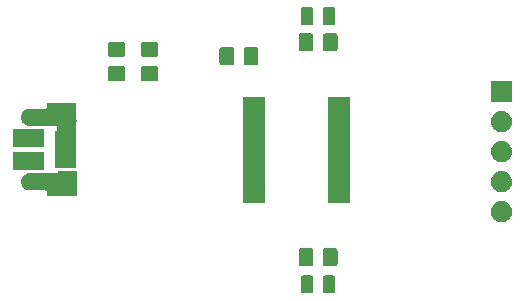
<source format=gbr>
G04 #@! TF.GenerationSoftware,KiCad,Pcbnew,5.0.2-bee76a0~70~ubuntu18.04.1*
G04 #@! TF.CreationDate,2019-08-23T13:18:12-04:00*
G04 #@! TF.ProjectId,badge,62616467-652e-46b6-9963-61645f706362,rev?*
G04 #@! TF.SameCoordinates,Original*
G04 #@! TF.FileFunction,Soldermask,Top*
G04 #@! TF.FilePolarity,Negative*
%FSLAX46Y46*%
G04 Gerber Fmt 4.6, Leading zero omitted, Abs format (unit mm)*
G04 Created by KiCad (PCBNEW 5.0.2-bee76a0~70~ubuntu18.04.1) date Fri 23 Aug 2019 01:18:12 PM EDT*
%MOMM*%
%LPD*%
G01*
G04 APERTURE LIST*
%ADD10C,0.100000*%
G04 APERTURE END LIST*
D10*
G36*
X172140866Y-104460365D02*
X172179537Y-104472096D01*
X172215179Y-104491148D01*
X172246417Y-104516783D01*
X172272052Y-104548021D01*
X172291104Y-104583663D01*
X172302835Y-104622334D01*
X172307400Y-104668688D01*
X172307400Y-105744912D01*
X172302835Y-105791266D01*
X172291104Y-105829937D01*
X172272052Y-105865579D01*
X172246417Y-105896817D01*
X172215179Y-105922452D01*
X172179537Y-105941504D01*
X172140866Y-105953235D01*
X172094512Y-105957800D01*
X171443288Y-105957800D01*
X171396934Y-105953235D01*
X171358263Y-105941504D01*
X171322621Y-105922452D01*
X171291383Y-105896817D01*
X171265748Y-105865579D01*
X171246696Y-105829937D01*
X171234965Y-105791266D01*
X171230400Y-105744912D01*
X171230400Y-104668688D01*
X171234965Y-104622334D01*
X171246696Y-104583663D01*
X171265748Y-104548021D01*
X171291383Y-104516783D01*
X171322621Y-104491148D01*
X171358263Y-104472096D01*
X171396934Y-104460365D01*
X171443288Y-104455800D01*
X172094512Y-104455800D01*
X172140866Y-104460365D01*
X172140866Y-104460365D01*
G37*
G36*
X170265866Y-104460365D02*
X170304537Y-104472096D01*
X170340179Y-104491148D01*
X170371417Y-104516783D01*
X170397052Y-104548021D01*
X170416104Y-104583663D01*
X170427835Y-104622334D01*
X170432400Y-104668688D01*
X170432400Y-105744912D01*
X170427835Y-105791266D01*
X170416104Y-105829937D01*
X170397052Y-105865579D01*
X170371417Y-105896817D01*
X170340179Y-105922452D01*
X170304537Y-105941504D01*
X170265866Y-105953235D01*
X170219512Y-105957800D01*
X169568288Y-105957800D01*
X169521934Y-105953235D01*
X169483263Y-105941504D01*
X169447621Y-105922452D01*
X169416383Y-105896817D01*
X169390748Y-105865579D01*
X169371696Y-105829937D01*
X169359965Y-105791266D01*
X169355400Y-105744912D01*
X169355400Y-104668688D01*
X169359965Y-104622334D01*
X169371696Y-104583663D01*
X169390748Y-104548021D01*
X169416383Y-104516783D01*
X169447621Y-104491148D01*
X169483263Y-104472096D01*
X169521934Y-104460365D01*
X169568288Y-104455800D01*
X170219512Y-104455800D01*
X170265866Y-104460365D01*
X170265866Y-104460365D01*
G37*
G36*
X172320077Y-102148865D02*
X172357764Y-102160298D01*
X172392503Y-102178866D01*
X172422948Y-102203852D01*
X172447934Y-102234297D01*
X172466502Y-102269036D01*
X172477935Y-102306723D01*
X172482400Y-102352061D01*
X172482400Y-103438739D01*
X172477935Y-103484077D01*
X172466502Y-103521764D01*
X172447934Y-103556503D01*
X172422948Y-103586948D01*
X172392503Y-103611934D01*
X172357764Y-103630502D01*
X172320077Y-103641935D01*
X172274739Y-103646400D01*
X171438061Y-103646400D01*
X171392723Y-103641935D01*
X171355036Y-103630502D01*
X171320297Y-103611934D01*
X171289852Y-103586948D01*
X171264866Y-103556503D01*
X171246298Y-103521764D01*
X171234865Y-103484077D01*
X171230400Y-103438739D01*
X171230400Y-102352061D01*
X171234865Y-102306723D01*
X171246298Y-102269036D01*
X171264866Y-102234297D01*
X171289852Y-102203852D01*
X171320297Y-102178866D01*
X171355036Y-102160298D01*
X171392723Y-102148865D01*
X171438061Y-102144400D01*
X172274739Y-102144400D01*
X172320077Y-102148865D01*
X172320077Y-102148865D01*
G37*
G36*
X170270077Y-102148865D02*
X170307764Y-102160298D01*
X170342503Y-102178866D01*
X170372948Y-102203852D01*
X170397934Y-102234297D01*
X170416502Y-102269036D01*
X170427935Y-102306723D01*
X170432400Y-102352061D01*
X170432400Y-103438739D01*
X170427935Y-103484077D01*
X170416502Y-103521764D01*
X170397934Y-103556503D01*
X170372948Y-103586948D01*
X170342503Y-103611934D01*
X170307764Y-103630502D01*
X170270077Y-103641935D01*
X170224739Y-103646400D01*
X169388061Y-103646400D01*
X169342723Y-103641935D01*
X169305036Y-103630502D01*
X169270297Y-103611934D01*
X169239852Y-103586948D01*
X169214866Y-103556503D01*
X169196298Y-103521764D01*
X169184865Y-103484077D01*
X169180400Y-103438739D01*
X169180400Y-102352061D01*
X169184865Y-102306723D01*
X169196298Y-102269036D01*
X169214866Y-102234297D01*
X169239852Y-102203852D01*
X169270297Y-102178866D01*
X169305036Y-102160298D01*
X169342723Y-102148865D01*
X169388061Y-102144400D01*
X170224739Y-102144400D01*
X170270077Y-102148865D01*
X170270077Y-102148865D01*
G37*
G36*
X186470242Y-98140118D02*
X186536427Y-98146637D01*
X186649653Y-98180984D01*
X186706267Y-98198157D01*
X186844887Y-98272252D01*
X186862791Y-98281822D01*
X186896638Y-98309600D01*
X186999986Y-98394414D01*
X187083248Y-98495871D01*
X187112578Y-98531609D01*
X187112579Y-98531611D01*
X187196243Y-98688133D01*
X187196243Y-98688134D01*
X187247763Y-98857973D01*
X187265159Y-99034600D01*
X187247763Y-99211227D01*
X187213416Y-99324453D01*
X187196243Y-99381067D01*
X187122148Y-99519687D01*
X187112578Y-99537591D01*
X187083248Y-99573329D01*
X186999986Y-99674786D01*
X186898529Y-99758048D01*
X186862791Y-99787378D01*
X186862789Y-99787379D01*
X186706267Y-99871043D01*
X186649653Y-99888216D01*
X186536427Y-99922563D01*
X186470243Y-99929081D01*
X186404060Y-99935600D01*
X186315540Y-99935600D01*
X186249357Y-99929081D01*
X186183173Y-99922563D01*
X186069947Y-99888216D01*
X186013333Y-99871043D01*
X185856811Y-99787379D01*
X185856809Y-99787378D01*
X185821071Y-99758048D01*
X185719614Y-99674786D01*
X185636352Y-99573329D01*
X185607022Y-99537591D01*
X185597452Y-99519687D01*
X185523357Y-99381067D01*
X185506184Y-99324453D01*
X185471837Y-99211227D01*
X185454441Y-99034600D01*
X185471837Y-98857973D01*
X185523357Y-98688134D01*
X185523357Y-98688133D01*
X185607021Y-98531611D01*
X185607022Y-98531609D01*
X185636352Y-98495871D01*
X185719614Y-98394414D01*
X185822962Y-98309600D01*
X185856809Y-98281822D01*
X185874713Y-98272252D01*
X186013333Y-98198157D01*
X186069947Y-98180984D01*
X186183173Y-98146637D01*
X186249358Y-98140118D01*
X186315540Y-98133600D01*
X186404060Y-98133600D01*
X186470242Y-98140118D01*
X186470242Y-98140118D01*
G37*
G36*
X166337600Y-98309600D02*
X164485600Y-98309600D01*
X164485600Y-89307600D01*
X166337600Y-89307600D01*
X166337600Y-98309600D01*
X166337600Y-98309600D01*
G37*
G36*
X173537600Y-98309600D02*
X171685600Y-98309600D01*
X171685600Y-89307600D01*
X173537600Y-89307600D01*
X173537600Y-98309600D01*
X173537600Y-98309600D01*
G37*
G36*
X149903818Y-95611296D02*
X149956300Y-95627217D01*
X149980333Y-95631998D01*
X149992586Y-95632600D01*
X150387000Y-95632600D01*
X150387000Y-96167941D01*
X150387602Y-96180193D01*
X150389907Y-96203600D01*
X150387602Y-96227007D01*
X150387000Y-96239259D01*
X150387000Y-97734600D01*
X148792000Y-97734600D01*
X148767614Y-97737002D01*
X148744165Y-97744115D01*
X148738580Y-97747100D01*
X147865000Y-97747100D01*
X147865000Y-97384600D01*
X147862598Y-97360214D01*
X147855485Y-97336765D01*
X147843934Y-97315154D01*
X147828388Y-97296212D01*
X147809446Y-97280666D01*
X147787835Y-97269115D01*
X147764386Y-97262002D01*
X147740000Y-97259600D01*
X146411651Y-97259600D01*
X146409446Y-97257790D01*
X146387835Y-97246239D01*
X146352252Y-97237326D01*
X146351159Y-97237218D01*
X146268679Y-97229095D01*
X146131828Y-97187581D01*
X146131826Y-97187580D01*
X146131823Y-97187579D01*
X146005704Y-97120168D01*
X145895157Y-97029443D01*
X145804432Y-96918896D01*
X145737021Y-96792777D01*
X145727544Y-96761537D01*
X145695505Y-96655921D01*
X145681488Y-96513600D01*
X145695505Y-96371279D01*
X145737019Y-96234428D01*
X145737020Y-96234426D01*
X145737021Y-96234423D01*
X145804432Y-96108304D01*
X145895157Y-95997757D01*
X146005704Y-95907032D01*
X146131823Y-95839621D01*
X146131826Y-95839620D01*
X146131828Y-95839619D01*
X146268679Y-95798105D01*
X146354009Y-95789701D01*
X146375340Y-95787600D01*
X146796660Y-95787600D01*
X146903322Y-95798105D01*
X146916876Y-95802217D01*
X146940909Y-95806998D01*
X146953162Y-95807600D01*
X148660000Y-95807600D01*
X148684386Y-95805198D01*
X148707835Y-95798085D01*
X148729446Y-95786534D01*
X148748388Y-95770988D01*
X148763934Y-95752046D01*
X148775485Y-95730435D01*
X148782598Y-95706986D01*
X148785000Y-95682600D01*
X148785000Y-95632600D01*
X149179414Y-95632600D01*
X149203800Y-95630198D01*
X149215700Y-95627217D01*
X149268182Y-95611296D01*
X149356481Y-95602600D01*
X149815519Y-95602600D01*
X149903818Y-95611296D01*
X149903818Y-95611296D01*
G37*
G36*
X186470243Y-95600119D02*
X186536427Y-95606637D01*
X186649653Y-95640984D01*
X186706267Y-95658157D01*
X186841488Y-95730435D01*
X186862791Y-95741822D01*
X186898330Y-95770988D01*
X186999986Y-95854414D01*
X187083248Y-95955871D01*
X187112578Y-95991609D01*
X187112579Y-95991611D01*
X187196243Y-96148133D01*
X187205968Y-96180193D01*
X187247763Y-96317973D01*
X187265159Y-96494600D01*
X187247763Y-96671227D01*
X187220368Y-96761537D01*
X187196243Y-96841067D01*
X187154642Y-96918895D01*
X187112578Y-96997591D01*
X187083248Y-97033329D01*
X186999986Y-97134786D01*
X186898529Y-97218048D01*
X186862791Y-97247378D01*
X186862789Y-97247379D01*
X186706267Y-97331043D01*
X186649653Y-97348216D01*
X186536427Y-97382563D01*
X186470243Y-97389081D01*
X186404060Y-97395600D01*
X186315540Y-97395600D01*
X186249357Y-97389081D01*
X186183173Y-97382563D01*
X186069947Y-97348216D01*
X186013333Y-97331043D01*
X185856811Y-97247379D01*
X185856809Y-97247378D01*
X185821071Y-97218048D01*
X185719614Y-97134786D01*
X185636352Y-97033329D01*
X185607022Y-96997591D01*
X185564958Y-96918895D01*
X185523357Y-96841067D01*
X185499232Y-96761537D01*
X185471837Y-96671227D01*
X185454441Y-96494600D01*
X185471837Y-96317973D01*
X185513632Y-96180193D01*
X185523357Y-96148133D01*
X185607021Y-95991611D01*
X185607022Y-95991609D01*
X185636352Y-95955871D01*
X185719614Y-95854414D01*
X185821270Y-95770988D01*
X185856809Y-95741822D01*
X185878112Y-95730435D01*
X186013333Y-95658157D01*
X186069947Y-95640984D01*
X186183173Y-95606637D01*
X186249357Y-95600119D01*
X186315540Y-95593600D01*
X186404060Y-95593600D01*
X186470243Y-95600119D01*
X186470243Y-95600119D01*
G37*
G36*
X147617000Y-95509600D02*
X145015000Y-95509600D01*
X145015000Y-93977600D01*
X147617000Y-93977600D01*
X147617000Y-95509600D01*
X147617000Y-95509600D01*
G37*
G36*
X148744165Y-89873085D02*
X148767614Y-89880198D01*
X148792000Y-89882600D01*
X150367000Y-89882600D01*
X150367000Y-91189979D01*
X150369402Y-91214365D01*
X150372383Y-91226265D01*
X150378304Y-91245782D01*
X150389907Y-91363600D01*
X150378304Y-91481418D01*
X150372383Y-91500935D01*
X150367602Y-91524968D01*
X150367000Y-91537221D01*
X150367000Y-92035361D01*
X150363066Y-92040154D01*
X150351515Y-92061765D01*
X150344402Y-92085214D01*
X150342000Y-92109600D01*
X150342000Y-95334600D01*
X148590000Y-95334600D01*
X148590000Y-92232600D01*
X148640000Y-92232600D01*
X148664386Y-92230198D01*
X148687835Y-92223085D01*
X148709446Y-92211534D01*
X148728388Y-92195988D01*
X148743934Y-92177046D01*
X148755485Y-92155435D01*
X148762598Y-92131986D01*
X148765000Y-92107600D01*
X148765000Y-91922100D01*
X148762598Y-91897714D01*
X148755485Y-91874265D01*
X148743934Y-91852654D01*
X148728388Y-91833712D01*
X148709446Y-91818166D01*
X148687835Y-91806615D01*
X148664386Y-91799502D01*
X148640000Y-91797100D01*
X147802774Y-91797100D01*
X147787835Y-91789115D01*
X147764386Y-91782002D01*
X147740000Y-91779600D01*
X146361330Y-91779600D01*
X146352252Y-91777326D01*
X146351159Y-91777218D01*
X146268679Y-91769095D01*
X146131828Y-91727581D01*
X146131826Y-91727580D01*
X146131823Y-91727579D01*
X146005704Y-91660168D01*
X145895157Y-91569443D01*
X145804432Y-91458896D01*
X145737021Y-91332777D01*
X145737019Y-91332772D01*
X145695505Y-91195921D01*
X145681488Y-91053600D01*
X145695505Y-90911279D01*
X145737019Y-90774428D01*
X145737020Y-90774426D01*
X145737021Y-90774423D01*
X145804432Y-90648304D01*
X145895157Y-90537757D01*
X146005704Y-90447032D01*
X146131823Y-90379621D01*
X146131826Y-90379620D01*
X146131828Y-90379619D01*
X146268679Y-90338105D01*
X146352252Y-90329874D01*
X146363686Y-90327600D01*
X147740000Y-90327600D01*
X147764386Y-90325198D01*
X147787835Y-90318085D01*
X147809446Y-90306534D01*
X147828388Y-90290988D01*
X147843934Y-90272046D01*
X147855485Y-90250435D01*
X147862598Y-90226986D01*
X147865000Y-90202600D01*
X147865000Y-89870100D01*
X148738580Y-89870100D01*
X148744165Y-89873085D01*
X148744165Y-89873085D01*
G37*
G36*
X186470242Y-93060118D02*
X186536427Y-93066637D01*
X186649653Y-93100984D01*
X186706267Y-93118157D01*
X186844887Y-93192252D01*
X186862791Y-93201822D01*
X186869831Y-93207600D01*
X186999986Y-93314414D01*
X187057585Y-93384600D01*
X187112578Y-93451609D01*
X187112579Y-93451611D01*
X187196243Y-93608133D01*
X187196243Y-93608134D01*
X187247763Y-93777973D01*
X187265159Y-93954600D01*
X187247763Y-94131227D01*
X187232179Y-94182600D01*
X187196243Y-94301067D01*
X187138230Y-94409600D01*
X187112578Y-94457591D01*
X187083248Y-94493329D01*
X186999986Y-94594786D01*
X186898529Y-94678048D01*
X186862791Y-94707378D01*
X186862789Y-94707379D01*
X186706267Y-94791043D01*
X186649653Y-94808216D01*
X186536427Y-94842563D01*
X186470243Y-94849081D01*
X186404060Y-94855600D01*
X186315540Y-94855600D01*
X186249358Y-94849082D01*
X186183173Y-94842563D01*
X186069947Y-94808216D01*
X186013333Y-94791043D01*
X185856811Y-94707379D01*
X185856809Y-94707378D01*
X185821071Y-94678048D01*
X185719614Y-94594786D01*
X185636352Y-94493329D01*
X185607022Y-94457591D01*
X185581370Y-94409600D01*
X185523357Y-94301067D01*
X185487421Y-94182600D01*
X185471837Y-94131227D01*
X185454441Y-93954600D01*
X185471837Y-93777973D01*
X185523357Y-93608134D01*
X185523357Y-93608133D01*
X185607021Y-93451611D01*
X185607022Y-93451609D01*
X185662015Y-93384600D01*
X185719614Y-93314414D01*
X185849769Y-93207600D01*
X185856809Y-93201822D01*
X185874713Y-93192252D01*
X186013333Y-93118157D01*
X186069947Y-93100984D01*
X186183173Y-93066637D01*
X186249358Y-93060118D01*
X186315540Y-93053600D01*
X186404060Y-93053600D01*
X186470242Y-93060118D01*
X186470242Y-93060118D01*
G37*
G36*
X147617000Y-93589600D02*
X145015000Y-93589600D01*
X145015000Y-92057600D01*
X147617000Y-92057600D01*
X147617000Y-93589600D01*
X147617000Y-93589600D01*
G37*
G36*
X186470243Y-90520119D02*
X186536427Y-90526637D01*
X186649653Y-90560984D01*
X186706267Y-90578157D01*
X186761350Y-90607600D01*
X186862791Y-90661822D01*
X186898529Y-90691152D01*
X186999986Y-90774414D01*
X187071430Y-90861470D01*
X187112578Y-90911609D01*
X187112579Y-90911611D01*
X187196243Y-91068133D01*
X187196243Y-91068134D01*
X187247763Y-91237973D01*
X187265159Y-91414600D01*
X187247763Y-91591227D01*
X187226850Y-91660167D01*
X187196243Y-91761067D01*
X187123203Y-91897714D01*
X187112578Y-91917591D01*
X187083248Y-91953329D01*
X186999986Y-92054786D01*
X186905916Y-92131986D01*
X186862791Y-92167378D01*
X186862789Y-92167379D01*
X186706267Y-92251043D01*
X186649653Y-92268216D01*
X186536427Y-92302563D01*
X186470242Y-92309082D01*
X186404060Y-92315600D01*
X186315540Y-92315600D01*
X186249358Y-92309082D01*
X186183173Y-92302563D01*
X186069947Y-92268216D01*
X186013333Y-92251043D01*
X185856811Y-92167379D01*
X185856809Y-92167378D01*
X185813684Y-92131986D01*
X185719614Y-92054786D01*
X185636352Y-91953329D01*
X185607022Y-91917591D01*
X185596397Y-91897714D01*
X185523357Y-91761067D01*
X185492750Y-91660167D01*
X185471837Y-91591227D01*
X185454441Y-91414600D01*
X185471837Y-91237973D01*
X185523357Y-91068134D01*
X185523357Y-91068133D01*
X185607021Y-90911611D01*
X185607022Y-90911609D01*
X185648170Y-90861470D01*
X185719614Y-90774414D01*
X185821071Y-90691152D01*
X185856809Y-90661822D01*
X185958250Y-90607600D01*
X186013333Y-90578157D01*
X186069947Y-90560984D01*
X186183173Y-90526637D01*
X186249358Y-90520118D01*
X186315540Y-90513600D01*
X186404060Y-90513600D01*
X186470243Y-90520119D01*
X186470243Y-90520119D01*
G37*
G36*
X187260800Y-89775600D02*
X185458800Y-89775600D01*
X185458800Y-87973600D01*
X187260800Y-87973600D01*
X187260800Y-89775600D01*
X187260800Y-89775600D01*
G37*
G36*
X157154277Y-86747065D02*
X157191964Y-86758498D01*
X157226703Y-86777066D01*
X157257148Y-86802052D01*
X157282134Y-86832497D01*
X157300702Y-86867236D01*
X157312135Y-86904923D01*
X157316600Y-86950261D01*
X157316600Y-87786939D01*
X157312135Y-87832277D01*
X157300702Y-87869964D01*
X157282134Y-87904703D01*
X157257148Y-87935148D01*
X157226703Y-87960134D01*
X157191964Y-87978702D01*
X157154277Y-87990135D01*
X157108939Y-87994600D01*
X156022261Y-87994600D01*
X155976923Y-87990135D01*
X155939236Y-87978702D01*
X155904497Y-87960134D01*
X155874052Y-87935148D01*
X155849066Y-87904703D01*
X155830498Y-87869964D01*
X155819065Y-87832277D01*
X155814600Y-87786939D01*
X155814600Y-86950261D01*
X155819065Y-86904923D01*
X155830498Y-86867236D01*
X155849066Y-86832497D01*
X155874052Y-86802052D01*
X155904497Y-86777066D01*
X155939236Y-86758498D01*
X155976923Y-86747065D01*
X156022261Y-86742600D01*
X157108939Y-86742600D01*
X157154277Y-86747065D01*
X157154277Y-86747065D01*
G37*
G36*
X154360277Y-86747065D02*
X154397964Y-86758498D01*
X154432703Y-86777066D01*
X154463148Y-86802052D01*
X154488134Y-86832497D01*
X154506702Y-86867236D01*
X154518135Y-86904923D01*
X154522600Y-86950261D01*
X154522600Y-87786939D01*
X154518135Y-87832277D01*
X154506702Y-87869964D01*
X154488134Y-87904703D01*
X154463148Y-87935148D01*
X154432703Y-87960134D01*
X154397964Y-87978702D01*
X154360277Y-87990135D01*
X154314939Y-87994600D01*
X153228261Y-87994600D01*
X153182923Y-87990135D01*
X153145236Y-87978702D01*
X153110497Y-87960134D01*
X153080052Y-87935148D01*
X153055066Y-87904703D01*
X153036498Y-87869964D01*
X153025065Y-87832277D01*
X153020600Y-87786939D01*
X153020600Y-86950261D01*
X153025065Y-86904923D01*
X153036498Y-86867236D01*
X153055066Y-86832497D01*
X153080052Y-86802052D01*
X153110497Y-86777066D01*
X153145236Y-86758498D01*
X153182923Y-86747065D01*
X153228261Y-86742600D01*
X154314939Y-86742600D01*
X154360277Y-86747065D01*
X154360277Y-86747065D01*
G37*
G36*
X163573477Y-85130865D02*
X163611164Y-85142298D01*
X163645903Y-85160866D01*
X163676348Y-85185852D01*
X163701334Y-85216297D01*
X163719902Y-85251036D01*
X163731335Y-85288723D01*
X163735800Y-85334061D01*
X163735800Y-86420739D01*
X163731335Y-86466077D01*
X163719902Y-86503764D01*
X163701334Y-86538503D01*
X163676348Y-86568948D01*
X163645903Y-86593934D01*
X163611164Y-86612502D01*
X163573477Y-86623935D01*
X163528139Y-86628400D01*
X162691461Y-86628400D01*
X162646123Y-86623935D01*
X162608436Y-86612502D01*
X162573697Y-86593934D01*
X162543252Y-86568948D01*
X162518266Y-86538503D01*
X162499698Y-86503764D01*
X162488265Y-86466077D01*
X162483800Y-86420739D01*
X162483800Y-85334061D01*
X162488265Y-85288723D01*
X162499698Y-85251036D01*
X162518266Y-85216297D01*
X162543252Y-85185852D01*
X162573697Y-85160866D01*
X162608436Y-85142298D01*
X162646123Y-85130865D01*
X162691461Y-85126400D01*
X163528139Y-85126400D01*
X163573477Y-85130865D01*
X163573477Y-85130865D01*
G37*
G36*
X165623477Y-85130865D02*
X165661164Y-85142298D01*
X165695903Y-85160866D01*
X165726348Y-85185852D01*
X165751334Y-85216297D01*
X165769902Y-85251036D01*
X165781335Y-85288723D01*
X165785800Y-85334061D01*
X165785800Y-86420739D01*
X165781335Y-86466077D01*
X165769902Y-86503764D01*
X165751334Y-86538503D01*
X165726348Y-86568948D01*
X165695903Y-86593934D01*
X165661164Y-86612502D01*
X165623477Y-86623935D01*
X165578139Y-86628400D01*
X164741461Y-86628400D01*
X164696123Y-86623935D01*
X164658436Y-86612502D01*
X164623697Y-86593934D01*
X164593252Y-86568948D01*
X164568266Y-86538503D01*
X164549698Y-86503764D01*
X164538265Y-86466077D01*
X164533800Y-86420739D01*
X164533800Y-85334061D01*
X164538265Y-85288723D01*
X164549698Y-85251036D01*
X164568266Y-85216297D01*
X164593252Y-85185852D01*
X164623697Y-85160866D01*
X164658436Y-85142298D01*
X164696123Y-85130865D01*
X164741461Y-85126400D01*
X165578139Y-85126400D01*
X165623477Y-85130865D01*
X165623477Y-85130865D01*
G37*
G36*
X157154277Y-84697065D02*
X157191964Y-84708498D01*
X157226703Y-84727066D01*
X157257148Y-84752052D01*
X157282134Y-84782497D01*
X157300702Y-84817236D01*
X157312135Y-84854923D01*
X157316600Y-84900261D01*
X157316600Y-85736939D01*
X157312135Y-85782277D01*
X157300702Y-85819964D01*
X157282134Y-85854703D01*
X157257148Y-85885148D01*
X157226703Y-85910134D01*
X157191964Y-85928702D01*
X157154277Y-85940135D01*
X157108939Y-85944600D01*
X156022261Y-85944600D01*
X155976923Y-85940135D01*
X155939236Y-85928702D01*
X155904497Y-85910134D01*
X155874052Y-85885148D01*
X155849066Y-85854703D01*
X155830498Y-85819964D01*
X155819065Y-85782277D01*
X155814600Y-85736939D01*
X155814600Y-84900261D01*
X155819065Y-84854923D01*
X155830498Y-84817236D01*
X155849066Y-84782497D01*
X155874052Y-84752052D01*
X155904497Y-84727066D01*
X155939236Y-84708498D01*
X155976923Y-84697065D01*
X156022261Y-84692600D01*
X157108939Y-84692600D01*
X157154277Y-84697065D01*
X157154277Y-84697065D01*
G37*
G36*
X154360277Y-84697065D02*
X154397964Y-84708498D01*
X154432703Y-84727066D01*
X154463148Y-84752052D01*
X154488134Y-84782497D01*
X154506702Y-84817236D01*
X154518135Y-84854923D01*
X154522600Y-84900261D01*
X154522600Y-85736939D01*
X154518135Y-85782277D01*
X154506702Y-85819964D01*
X154488134Y-85854703D01*
X154463148Y-85885148D01*
X154432703Y-85910134D01*
X154397964Y-85928702D01*
X154360277Y-85940135D01*
X154314939Y-85944600D01*
X153228261Y-85944600D01*
X153182923Y-85940135D01*
X153145236Y-85928702D01*
X153110497Y-85910134D01*
X153080052Y-85885148D01*
X153055066Y-85854703D01*
X153036498Y-85819964D01*
X153025065Y-85782277D01*
X153020600Y-85736939D01*
X153020600Y-84900261D01*
X153025065Y-84854923D01*
X153036498Y-84817236D01*
X153055066Y-84782497D01*
X153080052Y-84752052D01*
X153110497Y-84727066D01*
X153145236Y-84708498D01*
X153182923Y-84697065D01*
X153228261Y-84692600D01*
X154314939Y-84692600D01*
X154360277Y-84697065D01*
X154360277Y-84697065D01*
G37*
G36*
X170270077Y-83962465D02*
X170307764Y-83973898D01*
X170342503Y-83992466D01*
X170372948Y-84017452D01*
X170397934Y-84047897D01*
X170416502Y-84082636D01*
X170427935Y-84120323D01*
X170432400Y-84165661D01*
X170432400Y-85252339D01*
X170427935Y-85297677D01*
X170416502Y-85335364D01*
X170397934Y-85370103D01*
X170372948Y-85400548D01*
X170342503Y-85425534D01*
X170307764Y-85444102D01*
X170270077Y-85455535D01*
X170224739Y-85460000D01*
X169388061Y-85460000D01*
X169342723Y-85455535D01*
X169305036Y-85444102D01*
X169270297Y-85425534D01*
X169239852Y-85400548D01*
X169214866Y-85370103D01*
X169196298Y-85335364D01*
X169184865Y-85297677D01*
X169180400Y-85252339D01*
X169180400Y-84165661D01*
X169184865Y-84120323D01*
X169196298Y-84082636D01*
X169214866Y-84047897D01*
X169239852Y-84017452D01*
X169270297Y-83992466D01*
X169305036Y-83973898D01*
X169342723Y-83962465D01*
X169388061Y-83958000D01*
X170224739Y-83958000D01*
X170270077Y-83962465D01*
X170270077Y-83962465D01*
G37*
G36*
X172320077Y-83962465D02*
X172357764Y-83973898D01*
X172392503Y-83992466D01*
X172422948Y-84017452D01*
X172447934Y-84047897D01*
X172466502Y-84082636D01*
X172477935Y-84120323D01*
X172482400Y-84165661D01*
X172482400Y-85252339D01*
X172477935Y-85297677D01*
X172466502Y-85335364D01*
X172447934Y-85370103D01*
X172422948Y-85400548D01*
X172392503Y-85425534D01*
X172357764Y-85444102D01*
X172320077Y-85455535D01*
X172274739Y-85460000D01*
X171438061Y-85460000D01*
X171392723Y-85455535D01*
X171355036Y-85444102D01*
X171320297Y-85425534D01*
X171289852Y-85400548D01*
X171264866Y-85370103D01*
X171246298Y-85335364D01*
X171234865Y-85297677D01*
X171230400Y-85252339D01*
X171230400Y-84165661D01*
X171234865Y-84120323D01*
X171246298Y-84082636D01*
X171264866Y-84047897D01*
X171289852Y-84017452D01*
X171320297Y-83992466D01*
X171355036Y-83973898D01*
X171392723Y-83962465D01*
X171438061Y-83958000D01*
X172274739Y-83958000D01*
X172320077Y-83962465D01*
X172320077Y-83962465D01*
G37*
G36*
X170265866Y-81752765D02*
X170304537Y-81764496D01*
X170340179Y-81783548D01*
X170371417Y-81809183D01*
X170397052Y-81840421D01*
X170416104Y-81876063D01*
X170427835Y-81914734D01*
X170432400Y-81961088D01*
X170432400Y-83037312D01*
X170427835Y-83083666D01*
X170416104Y-83122337D01*
X170397052Y-83157979D01*
X170371417Y-83189217D01*
X170340179Y-83214852D01*
X170304537Y-83233904D01*
X170265866Y-83245635D01*
X170219512Y-83250200D01*
X169568288Y-83250200D01*
X169521934Y-83245635D01*
X169483263Y-83233904D01*
X169447621Y-83214852D01*
X169416383Y-83189217D01*
X169390748Y-83157979D01*
X169371696Y-83122337D01*
X169359965Y-83083666D01*
X169355400Y-83037312D01*
X169355400Y-81961088D01*
X169359965Y-81914734D01*
X169371696Y-81876063D01*
X169390748Y-81840421D01*
X169416383Y-81809183D01*
X169447621Y-81783548D01*
X169483263Y-81764496D01*
X169521934Y-81752765D01*
X169568288Y-81748200D01*
X170219512Y-81748200D01*
X170265866Y-81752765D01*
X170265866Y-81752765D01*
G37*
G36*
X172140866Y-81752765D02*
X172179537Y-81764496D01*
X172215179Y-81783548D01*
X172246417Y-81809183D01*
X172272052Y-81840421D01*
X172291104Y-81876063D01*
X172302835Y-81914734D01*
X172307400Y-81961088D01*
X172307400Y-83037312D01*
X172302835Y-83083666D01*
X172291104Y-83122337D01*
X172272052Y-83157979D01*
X172246417Y-83189217D01*
X172215179Y-83214852D01*
X172179537Y-83233904D01*
X172140866Y-83245635D01*
X172094512Y-83250200D01*
X171443288Y-83250200D01*
X171396934Y-83245635D01*
X171358263Y-83233904D01*
X171322621Y-83214852D01*
X171291383Y-83189217D01*
X171265748Y-83157979D01*
X171246696Y-83122337D01*
X171234965Y-83083666D01*
X171230400Y-83037312D01*
X171230400Y-81961088D01*
X171234965Y-81914734D01*
X171246696Y-81876063D01*
X171265748Y-81840421D01*
X171291383Y-81809183D01*
X171322621Y-81783548D01*
X171358263Y-81764496D01*
X171396934Y-81752765D01*
X171443288Y-81748200D01*
X172094512Y-81748200D01*
X172140866Y-81752765D01*
X172140866Y-81752765D01*
G37*
M02*

</source>
